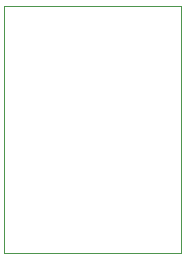
<source format=gbp>
G75*
%MOIN*%
%OFA0B0*%
%FSLAX24Y24*%
%IPPOS*%
%LPD*%
%AMOC8*
5,1,8,0,0,1.08239X$1,22.5*
%
%ADD10C,0.0000*%
D10*
X002767Y002642D02*
X002767Y010867D01*
X008668Y010867D01*
X008668Y002642D01*
X002767Y002642D01*
M02*

</source>
